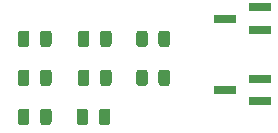
<source format=gbr>
%TF.GenerationSoftware,KiCad,Pcbnew,5.1.6-c6e7f7d~87~ubuntu18.04.1*%
%TF.CreationDate,2020-09-18T00:52:06+02:00*%
%TF.ProjectId,airpcb_smd,61697270-6362-45f7-936d-642e6b696361,rev?*%
%TF.SameCoordinates,Original*%
%TF.FileFunction,Paste,Bot*%
%TF.FilePolarity,Positive*%
%FSLAX46Y46*%
G04 Gerber Fmt 4.6, Leading zero omitted, Abs format (unit mm)*
G04 Created by KiCad (PCBNEW 5.1.6-c6e7f7d~87~ubuntu18.04.1) date 2020-09-18 00:52:06*
%MOMM*%
%LPD*%
G01*
G04 APERTURE LIST*
%ADD10R,1.900000X0.800000*%
G04 APERTURE END LIST*
D10*
%TO.C,Q1*%
X72390000Y-24450000D03*
X75390000Y-25400000D03*
X75390000Y-23500000D03*
%TD*%
%TO.C,Q2*%
X75390000Y-29530000D03*
X75390000Y-31430000D03*
X72390000Y-30480000D03*
%TD*%
%TO.C,R1*%
G36*
G01*
X56759500Y-33222250D02*
X56759500Y-32309750D01*
G75*
G02*
X57003250Y-32066000I243750J0D01*
G01*
X57490750Y-32066000D01*
G75*
G02*
X57734500Y-32309750I0J-243750D01*
G01*
X57734500Y-33222250D01*
G75*
G02*
X57490750Y-33466000I-243750J0D01*
G01*
X57003250Y-33466000D01*
G75*
G02*
X56759500Y-33222250I0J243750D01*
G01*
G37*
G36*
G01*
X54884500Y-33222250D02*
X54884500Y-32309750D01*
G75*
G02*
X55128250Y-32066000I243750J0D01*
G01*
X55615750Y-32066000D01*
G75*
G02*
X55859500Y-32309750I0J-243750D01*
G01*
X55859500Y-33222250D01*
G75*
G02*
X55615750Y-33466000I-243750J0D01*
G01*
X55128250Y-33466000D01*
G75*
G02*
X54884500Y-33222250I0J243750D01*
G01*
G37*
%TD*%
%TO.C,R2*%
G36*
G01*
X54884500Y-29920250D02*
X54884500Y-29007750D01*
G75*
G02*
X55128250Y-28764000I243750J0D01*
G01*
X55615750Y-28764000D01*
G75*
G02*
X55859500Y-29007750I0J-243750D01*
G01*
X55859500Y-29920250D01*
G75*
G02*
X55615750Y-30164000I-243750J0D01*
G01*
X55128250Y-30164000D01*
G75*
G02*
X54884500Y-29920250I0J243750D01*
G01*
G37*
G36*
G01*
X56759500Y-29920250D02*
X56759500Y-29007750D01*
G75*
G02*
X57003250Y-28764000I243750J0D01*
G01*
X57490750Y-28764000D01*
G75*
G02*
X57734500Y-29007750I0J-243750D01*
G01*
X57734500Y-29920250D01*
G75*
G02*
X57490750Y-30164000I-243750J0D01*
G01*
X57003250Y-30164000D01*
G75*
G02*
X56759500Y-29920250I0J243750D01*
G01*
G37*
%TD*%
%TO.C,R3*%
G36*
G01*
X54884500Y-26618250D02*
X54884500Y-25705750D01*
G75*
G02*
X55128250Y-25462000I243750J0D01*
G01*
X55615750Y-25462000D01*
G75*
G02*
X55859500Y-25705750I0J-243750D01*
G01*
X55859500Y-26618250D01*
G75*
G02*
X55615750Y-26862000I-243750J0D01*
G01*
X55128250Y-26862000D01*
G75*
G02*
X54884500Y-26618250I0J243750D01*
G01*
G37*
G36*
G01*
X56759500Y-26618250D02*
X56759500Y-25705750D01*
G75*
G02*
X57003250Y-25462000I243750J0D01*
G01*
X57490750Y-25462000D01*
G75*
G02*
X57734500Y-25705750I0J-243750D01*
G01*
X57734500Y-26618250D01*
G75*
G02*
X57490750Y-26862000I-243750J0D01*
G01*
X57003250Y-26862000D01*
G75*
G02*
X56759500Y-26618250I0J243750D01*
G01*
G37*
%TD*%
%TO.C,R4*%
G36*
G01*
X61742500Y-33222250D02*
X61742500Y-32309750D01*
G75*
G02*
X61986250Y-32066000I243750J0D01*
G01*
X62473750Y-32066000D01*
G75*
G02*
X62717500Y-32309750I0J-243750D01*
G01*
X62717500Y-33222250D01*
G75*
G02*
X62473750Y-33466000I-243750J0D01*
G01*
X61986250Y-33466000D01*
G75*
G02*
X61742500Y-33222250I0J243750D01*
G01*
G37*
G36*
G01*
X59867500Y-33222250D02*
X59867500Y-32309750D01*
G75*
G02*
X60111250Y-32066000I243750J0D01*
G01*
X60598750Y-32066000D01*
G75*
G02*
X60842500Y-32309750I0J-243750D01*
G01*
X60842500Y-33222250D01*
G75*
G02*
X60598750Y-33466000I-243750J0D01*
G01*
X60111250Y-33466000D01*
G75*
G02*
X59867500Y-33222250I0J243750D01*
G01*
G37*
%TD*%
%TO.C,R5*%
G36*
G01*
X61839500Y-29920250D02*
X61839500Y-29007750D01*
G75*
G02*
X62083250Y-28764000I243750J0D01*
G01*
X62570750Y-28764000D01*
G75*
G02*
X62814500Y-29007750I0J-243750D01*
G01*
X62814500Y-29920250D01*
G75*
G02*
X62570750Y-30164000I-243750J0D01*
G01*
X62083250Y-30164000D01*
G75*
G02*
X61839500Y-29920250I0J243750D01*
G01*
G37*
G36*
G01*
X59964500Y-29920250D02*
X59964500Y-29007750D01*
G75*
G02*
X60208250Y-28764000I243750J0D01*
G01*
X60695750Y-28764000D01*
G75*
G02*
X60939500Y-29007750I0J-243750D01*
G01*
X60939500Y-29920250D01*
G75*
G02*
X60695750Y-30164000I-243750J0D01*
G01*
X60208250Y-30164000D01*
G75*
G02*
X59964500Y-29920250I0J243750D01*
G01*
G37*
%TD*%
%TO.C,R6*%
G36*
G01*
X59964500Y-26618250D02*
X59964500Y-25705750D01*
G75*
G02*
X60208250Y-25462000I243750J0D01*
G01*
X60695750Y-25462000D01*
G75*
G02*
X60939500Y-25705750I0J-243750D01*
G01*
X60939500Y-26618250D01*
G75*
G02*
X60695750Y-26862000I-243750J0D01*
G01*
X60208250Y-26862000D01*
G75*
G02*
X59964500Y-26618250I0J243750D01*
G01*
G37*
G36*
G01*
X61839500Y-26618250D02*
X61839500Y-25705750D01*
G75*
G02*
X62083250Y-25462000I243750J0D01*
G01*
X62570750Y-25462000D01*
G75*
G02*
X62814500Y-25705750I0J-243750D01*
G01*
X62814500Y-26618250D01*
G75*
G02*
X62570750Y-26862000I-243750J0D01*
G01*
X62083250Y-26862000D01*
G75*
G02*
X61839500Y-26618250I0J243750D01*
G01*
G37*
%TD*%
%TO.C,R7*%
G36*
G01*
X64917500Y-29920250D02*
X64917500Y-29007750D01*
G75*
G02*
X65161250Y-28764000I243750J0D01*
G01*
X65648750Y-28764000D01*
G75*
G02*
X65892500Y-29007750I0J-243750D01*
G01*
X65892500Y-29920250D01*
G75*
G02*
X65648750Y-30164000I-243750J0D01*
G01*
X65161250Y-30164000D01*
G75*
G02*
X64917500Y-29920250I0J243750D01*
G01*
G37*
G36*
G01*
X66792500Y-29920250D02*
X66792500Y-29007750D01*
G75*
G02*
X67036250Y-28764000I243750J0D01*
G01*
X67523750Y-28764000D01*
G75*
G02*
X67767500Y-29007750I0J-243750D01*
G01*
X67767500Y-29920250D01*
G75*
G02*
X67523750Y-30164000I-243750J0D01*
G01*
X67036250Y-30164000D01*
G75*
G02*
X66792500Y-29920250I0J243750D01*
G01*
G37*
%TD*%
%TO.C,R8*%
G36*
G01*
X66792500Y-26618250D02*
X66792500Y-25705750D01*
G75*
G02*
X67036250Y-25462000I243750J0D01*
G01*
X67523750Y-25462000D01*
G75*
G02*
X67767500Y-25705750I0J-243750D01*
G01*
X67767500Y-26618250D01*
G75*
G02*
X67523750Y-26862000I-243750J0D01*
G01*
X67036250Y-26862000D01*
G75*
G02*
X66792500Y-26618250I0J243750D01*
G01*
G37*
G36*
G01*
X64917500Y-26618250D02*
X64917500Y-25705750D01*
G75*
G02*
X65161250Y-25462000I243750J0D01*
G01*
X65648750Y-25462000D01*
G75*
G02*
X65892500Y-25705750I0J-243750D01*
G01*
X65892500Y-26618250D01*
G75*
G02*
X65648750Y-26862000I-243750J0D01*
G01*
X65161250Y-26862000D01*
G75*
G02*
X64917500Y-26618250I0J243750D01*
G01*
G37*
%TD*%
M02*

</source>
